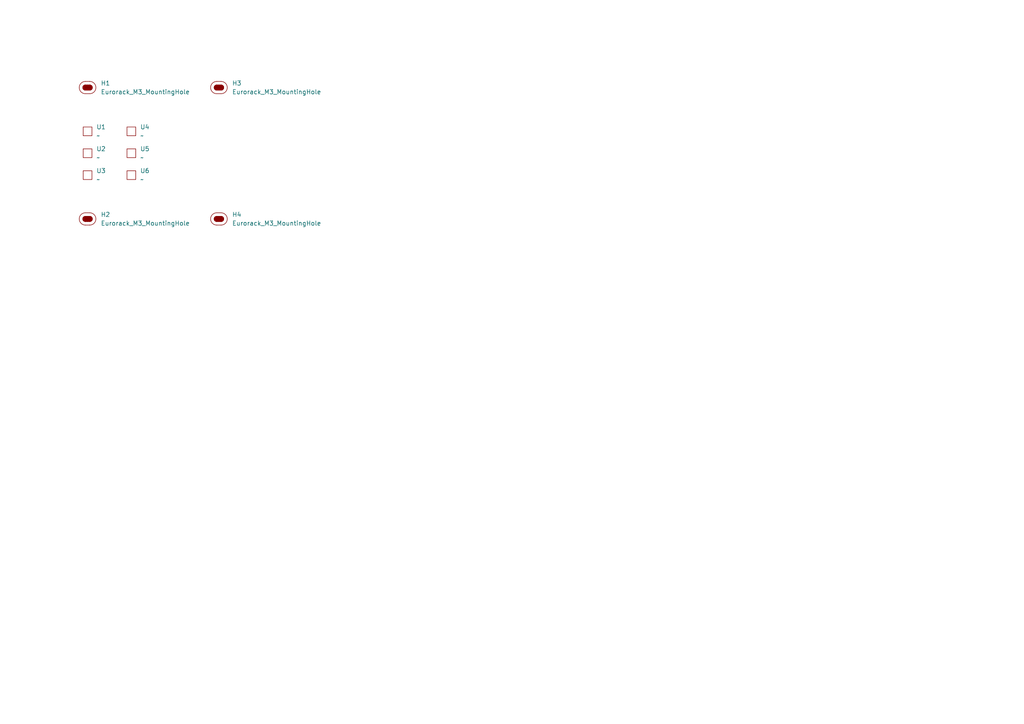
<source format=kicad_sch>
(kicad_sch (version 20250114) (generator "eeschema") (generator_version "9.0")
  (paper "A4")
  (lib_symbols
    (symbol "EXC:Eurorack_M3_MountingHole" (pin_names (offset 1.016))
      (property "Reference" "H" (at 0 5.08 0))
      (property "Value" "Eurorack_M3_MountingHole" (at 0 3.175 0))
      (symbol "Eurorack_M3_MountingHole_0_1"
        (polyline (pts (xy -0.635 0.762) (xy 0.635 0.762)))
        (circle (center -0.635 0) (radius 0.762) (fill (type outline)))
        (arc (start -0.635 -0.762) (mid -1.397 0) (end -0.635 0.762))
        (arc (start -0.635 -1.778) (mid -2.413 0) (end -0.635 1.778))
        (polyline (pts (xy -0.635 -0.762) (xy 0.635 -0.762)))
        (polyline (pts (xy -0.635 -1.778) (xy 0.635 -1.778)))
        (circle (center 0 0) (radius 0.762) (fill (type outline)))
        (polyline (pts (xy 0.635 1.778) (xy -0.635 1.778)))
        (arc (start 0.6141 1.778) (mid 2.4131 0) (end 0.6141 -1.778))
        (arc (start 0.6227 0.762) (mid 1.3971 0) (end 0.6227 -0.762))
        (circle (center 0.635 0) (radius 0.762) (fill (type outline)))
      )
    )
    (symbol "EXC:SW_CherrySwitch_Clearance_Inner"
      (property "Reference" "U" (at 0 0 0))
      (symbol "SW_CherrySwitch_Clearance_Inner_0_1"
        (rectangle (start -1.27 1.27) (end 1.27 -1.27))
      )
    )
  )
  (symbol (lib_id "EXC:SW_CherrySwitch_Clearance_Inner") (at 25.4 50.8 0) (unit 1)
    (property "Reference" "U3" (at 27.94 49.5299 0) (effects (justify left)))
    (property "Value" "~" (at 27.94 52.0699 0) (effects (justify left)))
    (property "Footprint" "EXC:SW_Cherry_MX_1.00u_Clearance" (effects (hide yes)))
  )
  (symbol (lib_id "EXC:SW_CherrySwitch_Clearance_Inner") (at 38.1 44.45 0) (unit 1)
    (property "Reference" "U5" (at 40.64 43.1799 0) (effects (justify left)))
    (property "Value" "~" (at 40.64 45.7199 0) (effects (justify left)))
    (property "Footprint" "EXC:SW_Cherry_MX_1.00u_Clearance" (effects (hide yes)))
  )
  (symbol (lib_id "EXC:SW_CherrySwitch_Clearance_Inner") (at 38.1 50.8 0) (unit 1)
    (property "Reference" "U6" (at 40.64 49.5299 0) (effects (justify left)))
    (property "Value" "~" (at 40.64 52.0699 0) (effects (justify left)))
    (property "Footprint" "EXC:SW_Cherry_MX_1.00u_Clearance" (effects (hide yes)))
  )
  (symbol (lib_id "EXC:Eurorack_M3_MountingHole") (at 63.5 25.4 0) (unit 1)
    (property "Reference" "H3" (at 67.31 24.1299 0) (effects (justify left)))
    (property "Value" "Eurorack_M3_MountingHole" (at 67.31 26.6699 0) (effects (justify left)))
    (property "Footprint" "EXC:MountingHole_3.2mm_M3" (effects (hide yes)))
    (property "Description" "Mounting Hole without connection" (effects (hide yes)))
  )
  (symbol (lib_id "EXC:SW_CherrySwitch_Clearance_Inner") (at 38.1 38.1 0) (unit 1)
    (property "Reference" "U4" (at 40.64 36.8299 0) (effects (justify left)))
    (property "Value" "~" (at 40.64 39.3699 0) (effects (justify left)))
    (property "Footprint" "EXC:SW_Cherry_MX_1.00u_Clearance" (effects (hide yes)))
  )
  (symbol (lib_id "EXC:SW_CherrySwitch_Clearance_Inner") (at 25.4 38.1 0) (unit 1)
    (property "Reference" "U1" (at 27.94 36.8299 0) (effects (justify left)))
    (property "Value" "~" (at 27.94 39.3699 0) (effects (justify left)))
    (property "Footprint" "EXC:SW_Cherry_MX_1.00u_Clearance" (effects (hide yes)))
  )
  (symbol (lib_id "EXC:Eurorack_M3_MountingHole") (at 25.4 63.5 0) (unit 1)
    (property "Reference" "H2" (at 29.21 62.2299 0) (effects (justify left)))
    (property "Value" "Eurorack_M3_MountingHole" (at 29.21 64.7699 0) (effects (justify left)))
    (property "Footprint" "EXC:MountingHole_3.2mm_M3" (effects (hide yes)))
    (property "Description" "Mounting Hole without connection" (effects (hide yes)))
  )
  (symbol (lib_id "EXC:Eurorack_M3_MountingHole") (at 63.5 63.5 0) (unit 1)
    (property "Reference" "H4" (at 67.31 62.2299 0) (effects (justify left)))
    (property "Value" "Eurorack_M3_MountingHole" (at 67.31 64.7699 0) (effects (justify left)))
    (property "Footprint" "EXC:MountingHole_3.2mm_M3" (effects (hide yes)))
    (property "Description" "Mounting Hole without connection" (effects (hide yes)))
  )
  (symbol (lib_id "EXC:Eurorack_M3_MountingHole") (at 25.4 25.4 0) (unit 1)
    (property "Reference" "H1" (at 29.21 24.1299 0) (effects (justify left)))
    (property "Value" "Eurorack_M3_MountingHole" (at 29.21 26.6699 0) (effects (justify left)))
    (property "Footprint" "EXC:MountingHole_3.2mm_M3" (effects (hide yes)))
    (property "Description" "Mounting Hole without connection" (effects (hide yes)))
  )
  (symbol (lib_id "EXC:SW_CherrySwitch_Clearance_Inner") (at 25.4 44.45 0) (unit 1)
    (property "Reference" "U2" (at 27.94 43.1799 0) (effects (justify left)))
    (property "Value" "~" (at 27.94 45.7199 0) (effects (justify left)))
    (property "Footprint" "EXC:SW_Cherry_MX_1.00u_Clearance" (effects (hide yes)))
  )
)
</source>
